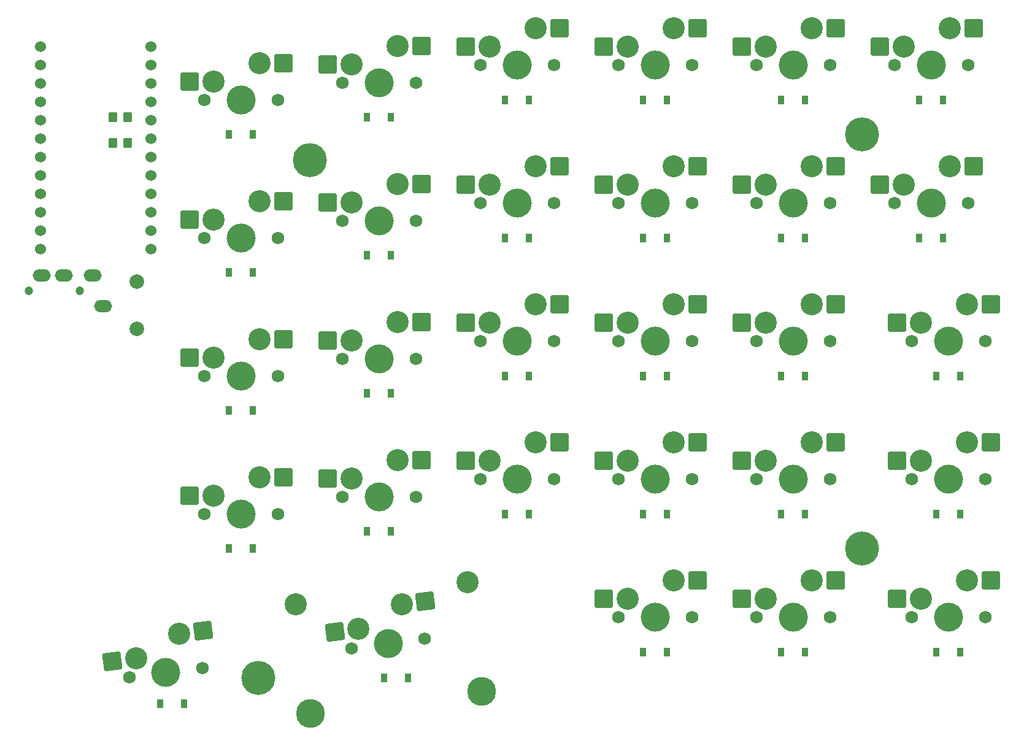
<source format=gbr>
%TF.GenerationSoftware,KiCad,Pcbnew,(6.0.4)*%
%TF.CreationDate,2022-10-11T17:37:43-05:00*%
%TF.ProjectId,GummyKey_Right,47756d6d-794b-4657-995f-52696768742e,rev?*%
%TF.SameCoordinates,Original*%
%TF.FileFunction,Soldermask,Bot*%
%TF.FilePolarity,Negative*%
%FSLAX46Y46*%
G04 Gerber Fmt 4.6, Leading zero omitted, Abs format (unit mm)*
G04 Created by KiCad (PCBNEW (6.0.4)) date 2022-10-11 17:37:43*
%MOMM*%
%LPD*%
G01*
G04 APERTURE LIST*
G04 Aperture macros list*
%AMRoundRect*
0 Rectangle with rounded corners*
0 $1 Rounding radius*
0 $2 $3 $4 $5 $6 $7 $8 $9 X,Y pos of 4 corners*
0 Add a 4 corners polygon primitive as box body*
4,1,4,$2,$3,$4,$5,$6,$7,$8,$9,$2,$3,0*
0 Add four circle primitives for the rounded corners*
1,1,$1+$1,$2,$3*
1,1,$1+$1,$4,$5*
1,1,$1+$1,$6,$7*
1,1,$1+$1,$8,$9*
0 Add four rect primitives between the rounded corners*
20,1,$1+$1,$2,$3,$4,$5,0*
20,1,$1+$1,$4,$5,$6,$7,0*
20,1,$1+$1,$6,$7,$8,$9,0*
20,1,$1+$1,$8,$9,$2,$3,0*%
G04 Aperture macros list end*
%ADD10C,3.048000*%
%ADD11C,3.987800*%
%ADD12C,4.700000*%
%ADD13C,4.000000*%
%ADD14C,3.050000*%
%ADD15C,1.750000*%
%ADD16RoundRect,0.250000X-1.025000X-1.000000X1.025000X-1.000000X1.025000X1.000000X-1.025000X1.000000X0*%
%ADD17C,1.524000*%
%ADD18C,2.000000*%
%ADD19RoundRect,0.250000X-0.885705X-1.125234X1.146757X-0.857656X0.885705X1.125234X-1.146757X0.857656X0*%
%ADD20C,1.200000*%
%ADD21O,2.500000X1.700000*%
%ADD22R,0.900000X1.200000*%
%ADD23RoundRect,0.250000X-0.350000X-0.450000X0.350000X-0.450000X0.350000X0.450000X-0.350000X0.450000X0*%
G04 APERTURE END LIST*
D10*
%TO.C,*%
X112364826Y-129187319D03*
X136036563Y-126070876D03*
D11*
X114350129Y-144267196D03*
X138021867Y-141150752D03*
%TD*%
D12*
%TO.C,TH3*%
X107156250Y-139303125D03*
%TD*%
%TO.C,TH3*%
X114300000Y-67865625D03*
%TD*%
%TO.C,TH3*%
X190500000Y-64293750D03*
%TD*%
%TO.C,TH3*%
X190500000Y-121443750D03*
%TD*%
D13*
%TO.C,K14*%
X180975000Y-92868750D03*
D14*
X177165000Y-90328750D03*
D15*
X186055000Y-92868750D03*
D14*
X183515000Y-87788750D03*
D15*
X175895000Y-92868750D03*
D16*
X173890000Y-90328750D03*
X186817000Y-87788750D03*
%TD*%
D15*
%TO.C,K10*%
X137795000Y-73818750D03*
D14*
X145415000Y-68738750D03*
X139065000Y-71278750D03*
D13*
X142875000Y-73818750D03*
D15*
X147955000Y-73818750D03*
D16*
X135790000Y-71278750D03*
X148717000Y-68738750D03*
%TD*%
D15*
%TO.C,K8*%
X186055000Y-73818750D03*
X175895000Y-73818750D03*
D14*
X183515000Y-68738750D03*
D13*
X180975000Y-73818750D03*
D14*
X177165000Y-71278750D03*
D16*
X173890000Y-71278750D03*
X186817000Y-68738750D03*
%TD*%
D14*
%TO.C,K24*%
X100965000Y-114141250D03*
D15*
X109855000Y-116681250D03*
X99695000Y-116681250D03*
D13*
X104775000Y-116681250D03*
D14*
X107315000Y-111601250D03*
D16*
X97690000Y-114141250D03*
X110617000Y-111601250D03*
%TD*%
D15*
%TO.C,K5*%
X118745000Y-57150000D03*
D13*
X123825000Y-57150000D03*
D14*
X120015000Y-54610000D03*
X126365000Y-52070000D03*
D15*
X128905000Y-57150000D03*
D16*
X116740000Y-54610000D03*
X129667000Y-52070000D03*
%TD*%
D13*
%TO.C,K9*%
X161925000Y-73818750D03*
D14*
X164465000Y-68738750D03*
X158115000Y-71278750D03*
D15*
X156845000Y-73818750D03*
X167005000Y-73818750D03*
D16*
X154840000Y-71278750D03*
X167767000Y-68738750D03*
%TD*%
D15*
%TO.C,K16*%
X137795000Y-92868750D03*
X147955000Y-92868750D03*
D14*
X145415000Y-87788750D03*
D13*
X142875000Y-92868750D03*
D14*
X139065000Y-90328750D03*
D16*
X135790000Y-90328750D03*
X148717000Y-87788750D03*
%TD*%
D15*
%TO.C,K2*%
X186055000Y-54768750D03*
D14*
X183515000Y-49688750D03*
D15*
X175895000Y-54768750D03*
D14*
X177165000Y-52228750D03*
D13*
X180975000Y-54768750D03*
D16*
X173890000Y-52228750D03*
X186817000Y-49688750D03*
%TD*%
D17*
%TO.C,U1*%
X92323900Y-52197000D03*
X92323900Y-54737000D03*
X92323900Y-57277000D03*
X92323900Y-59817000D03*
X92323900Y-62357000D03*
X92323900Y-64897000D03*
X92323900Y-67437000D03*
X92323900Y-69977000D03*
X92323900Y-72517000D03*
X92323900Y-75057000D03*
X92323900Y-77597000D03*
X92323900Y-80137000D03*
X77103900Y-80137000D03*
X77103900Y-77597000D03*
X77103900Y-75057000D03*
X77103900Y-72517000D03*
X77103900Y-69977000D03*
X77103900Y-67437000D03*
X77103900Y-64897000D03*
X77103900Y-62357000D03*
X77103900Y-59817000D03*
X77103900Y-57277000D03*
X77103900Y-54737000D03*
X77103900Y-52197000D03*
%TD*%
D13*
%TO.C,K11*%
X123825000Y-76200000D03*
D14*
X120015000Y-73660000D03*
D15*
X128905000Y-76200000D03*
D14*
X126365000Y-71120000D03*
D15*
X118745000Y-76200000D03*
D16*
X116740000Y-73660000D03*
X129667000Y-71120000D03*
%TD*%
D14*
%TO.C,K26*%
X177165000Y-128428750D03*
X183515000Y-125888750D03*
D13*
X180975000Y-130968750D03*
D15*
X186055000Y-130968750D03*
X175895000Y-130968750D03*
D16*
X173890000Y-128428750D03*
X186817000Y-125888750D03*
%TD*%
D15*
%TO.C,K21*%
X167005000Y-111918750D03*
D14*
X158115000Y-109378750D03*
X164465000Y-106838750D03*
D15*
X156845000Y-111918750D03*
D13*
X161925000Y-111918750D03*
D16*
X154840000Y-109378750D03*
X167767000Y-106838750D03*
%TD*%
D13*
%TO.C,K22*%
X142875000Y-111918750D03*
D15*
X137795000Y-111918750D03*
D14*
X145415000Y-106838750D03*
X139065000Y-109378750D03*
D15*
X147955000Y-111918750D03*
D16*
X135790000Y-109378750D03*
X148717000Y-106838750D03*
%TD*%
D13*
%TO.C,K4*%
X142875000Y-54768750D03*
D15*
X137795000Y-54768750D03*
D14*
X145415000Y-49688750D03*
X139065000Y-52228750D03*
D15*
X147955000Y-54768750D03*
D16*
X135790000Y-52228750D03*
X148717000Y-49688750D03*
%TD*%
D14*
%TO.C,K18*%
X107315000Y-92551250D03*
X100965000Y-95091250D03*
D15*
X99695000Y-97631250D03*
X109855000Y-97631250D03*
D13*
X104775000Y-97631250D03*
D16*
X97690000Y-95091250D03*
X110617000Y-92551250D03*
%TD*%
D14*
%TO.C,K7*%
X196215000Y-71278750D03*
X202565000Y-68738750D03*
D15*
X205105000Y-73818750D03*
D13*
X200025000Y-73818750D03*
D15*
X194945000Y-73818750D03*
D16*
X192940000Y-71278750D03*
X205867000Y-68738750D03*
%TD*%
D14*
%TO.C,K3*%
X158115000Y-52228750D03*
X164465000Y-49688750D03*
D13*
X161925000Y-54768750D03*
D15*
X156845000Y-54768750D03*
X167005000Y-54768750D03*
D16*
X154840000Y-52228750D03*
X167767000Y-49688750D03*
%TD*%
D13*
%TO.C,K23*%
X123825000Y-114300000D03*
D15*
X118745000Y-114300000D03*
X128905000Y-114300000D03*
D14*
X120015000Y-111760000D03*
X126365000Y-109220000D03*
D16*
X116740000Y-111760000D03*
X129667000Y-109220000D03*
%TD*%
D18*
%TO.C,SW1*%
X90418750Y-84656250D03*
X90418750Y-91156250D03*
%TD*%
D13*
%TO.C,K6*%
X104775000Y-59531250D03*
D15*
X109855000Y-59531250D03*
X99695000Y-59531250D03*
D14*
X100965000Y-56991250D03*
X107315000Y-54451250D03*
D16*
X97690000Y-56991250D03*
X110617000Y-54451250D03*
%TD*%
D13*
%TO.C,K19*%
X202406250Y-111918750D03*
D15*
X207486250Y-111918750D03*
D14*
X204946250Y-106838750D03*
X198596250Y-109378750D03*
D15*
X197326250Y-111918750D03*
D16*
X195321250Y-109378750D03*
X208248250Y-106838750D03*
%TD*%
D14*
%TO.C,K1*%
X196215000Y-52228750D03*
X202565000Y-49688750D03*
D15*
X205105000Y-54768750D03*
D13*
X200025000Y-54768750D03*
D15*
X194945000Y-54768750D03*
D16*
X192940000Y-52228750D03*
X205867000Y-49688750D03*
%TD*%
D15*
%TO.C,K15*%
X167005000Y-92868750D03*
X156845000Y-92868750D03*
D13*
X161925000Y-92868750D03*
D14*
X158115000Y-90328750D03*
X164465000Y-87788750D03*
D16*
X154840000Y-90328750D03*
X167767000Y-87788750D03*
%TD*%
D15*
%TO.C,K28*%
X130148960Y-133891267D03*
D13*
X125112420Y-134554340D03*
D15*
X120075880Y-135217413D03*
D14*
X126967617Y-129186264D03*
X121003479Y-132533375D03*
D19*
X117756497Y-132960848D03*
X130241368Y-128755266D03*
%TD*%
D15*
%TO.C,K20*%
X186055000Y-111918750D03*
D14*
X183515000Y-106838750D03*
X177165000Y-109378750D03*
D13*
X180975000Y-111918750D03*
D15*
X175895000Y-111918750D03*
D16*
X173890000Y-109378750D03*
X186817000Y-106838750D03*
%TD*%
D13*
%TO.C,K25*%
X202406250Y-130968750D03*
D14*
X204946250Y-125888750D03*
D15*
X207486250Y-130968750D03*
X197326250Y-130968750D03*
D14*
X198596250Y-128428750D03*
D16*
X195321250Y-128428750D03*
X208248250Y-125888750D03*
%TD*%
D15*
%TO.C,K27*%
X156845000Y-130968750D03*
X167005000Y-130968750D03*
D13*
X161925000Y-130968750D03*
D14*
X158115000Y-128428750D03*
X164465000Y-125888750D03*
D16*
X154840000Y-128428750D03*
X167767000Y-125888750D03*
%TD*%
D13*
%TO.C,K13*%
X202406250Y-92868750D03*
D15*
X197326250Y-92868750D03*
D14*
X198596250Y-90328750D03*
X204946250Y-87788750D03*
D15*
X207486250Y-92868750D03*
D16*
X195321250Y-90328750D03*
X208248250Y-87788750D03*
%TD*%
D13*
%TO.C,K29*%
X94421005Y-138594942D03*
D15*
X89384465Y-139258015D03*
D14*
X96276202Y-133226866D03*
D15*
X99457545Y-137931869D03*
D14*
X90312064Y-136573977D03*
D19*
X87065082Y-137001450D03*
X99549953Y-132795868D03*
%TD*%
D14*
%TO.C,K12*%
X107315000Y-73501250D03*
X100965000Y-76041250D03*
D13*
X104775000Y-78581250D03*
D15*
X99695000Y-78581250D03*
X109855000Y-78581250D03*
D16*
X97690000Y-76041250D03*
X110617000Y-73501250D03*
%TD*%
D20*
%TO.C,J1*%
X82500000Y-85900000D03*
X75500000Y-85900000D03*
D21*
X84300000Y-83800000D03*
X80300000Y-83800000D03*
X77300000Y-83800000D03*
X85800000Y-88000000D03*
%TD*%
D15*
%TO.C,K17*%
X118745000Y-95250000D03*
X128905000Y-95250000D03*
D14*
X120015000Y-92710000D03*
D13*
X123825000Y-95250000D03*
D14*
X126365000Y-90170000D03*
D16*
X116740000Y-92710000D03*
X129667000Y-90170000D03*
%TD*%
D22*
%TO.C,D16*%
X141225000Y-97631250D03*
X144525000Y-97631250D03*
%TD*%
%TO.C,D14*%
X179325000Y-97631250D03*
X182625000Y-97631250D03*
%TD*%
%TO.C,D12*%
X103125000Y-83343750D03*
X106425000Y-83343750D03*
%TD*%
%TO.C,D4*%
X141225000Y-59531250D03*
X144525000Y-59531250D03*
%TD*%
%TO.C,D27*%
X160275000Y-135731250D03*
X163575000Y-135731250D03*
%TD*%
D23*
%TO.C,R1*%
X87106250Y-61912500D03*
X89106250Y-61912500D03*
%TD*%
D22*
%TO.C,D24*%
X103125000Y-121443750D03*
X106425000Y-121443750D03*
%TD*%
%TO.C,D29*%
X93600000Y-142875000D03*
X96900000Y-142875000D03*
%TD*%
%TO.C,D10*%
X141225000Y-78581250D03*
X144525000Y-78581250D03*
%TD*%
%TO.C,D13*%
X200756250Y-97631250D03*
X204056250Y-97631250D03*
%TD*%
%TO.C,D22*%
X141225000Y-116681250D03*
X144525000Y-116681250D03*
%TD*%
%TO.C,D25*%
X200756250Y-135731250D03*
X204056250Y-135731250D03*
%TD*%
%TO.C,D15*%
X160275000Y-97631250D03*
X163575000Y-97631250D03*
%TD*%
%TO.C,D5*%
X122175000Y-61912500D03*
X125475000Y-61912500D03*
%TD*%
%TO.C,D7*%
X198375000Y-78581250D03*
X201675000Y-78581250D03*
%TD*%
%TO.C,D28*%
X124556250Y-139303125D03*
X127856250Y-139303125D03*
%TD*%
%TO.C,D1*%
X198375000Y-59531250D03*
X201675000Y-59531250D03*
%TD*%
%TO.C,D23*%
X122175000Y-119062500D03*
X125475000Y-119062500D03*
%TD*%
%TO.C,D9*%
X160275000Y-78581250D03*
X163575000Y-78581250D03*
%TD*%
%TO.C,D20*%
X179325000Y-116681250D03*
X182625000Y-116681250D03*
%TD*%
D23*
%TO.C,R2*%
X87106250Y-65484375D03*
X89106250Y-65484375D03*
%TD*%
D22*
%TO.C,D11*%
X122175000Y-80962500D03*
X125475000Y-80962500D03*
%TD*%
%TO.C,D17*%
X122175000Y-100012500D03*
X125475000Y-100012500D03*
%TD*%
%TO.C,D26*%
X179325000Y-135731250D03*
X182625000Y-135731250D03*
%TD*%
%TO.C,D21*%
X160275000Y-116681250D03*
X163575000Y-116681250D03*
%TD*%
%TO.C,D3*%
X160275000Y-59531250D03*
X163575000Y-59531250D03*
%TD*%
%TO.C,D18*%
X103125000Y-102393750D03*
X106425000Y-102393750D03*
%TD*%
%TO.C,D8*%
X179325000Y-78581250D03*
X182625000Y-78581250D03*
%TD*%
%TO.C,D19*%
X200756250Y-116681250D03*
X204056250Y-116681250D03*
%TD*%
%TO.C,D6*%
X103125000Y-64293750D03*
X106425000Y-64293750D03*
%TD*%
%TO.C,D2*%
X179325000Y-59531250D03*
X182625000Y-59531250D03*
%TD*%
M02*

</source>
